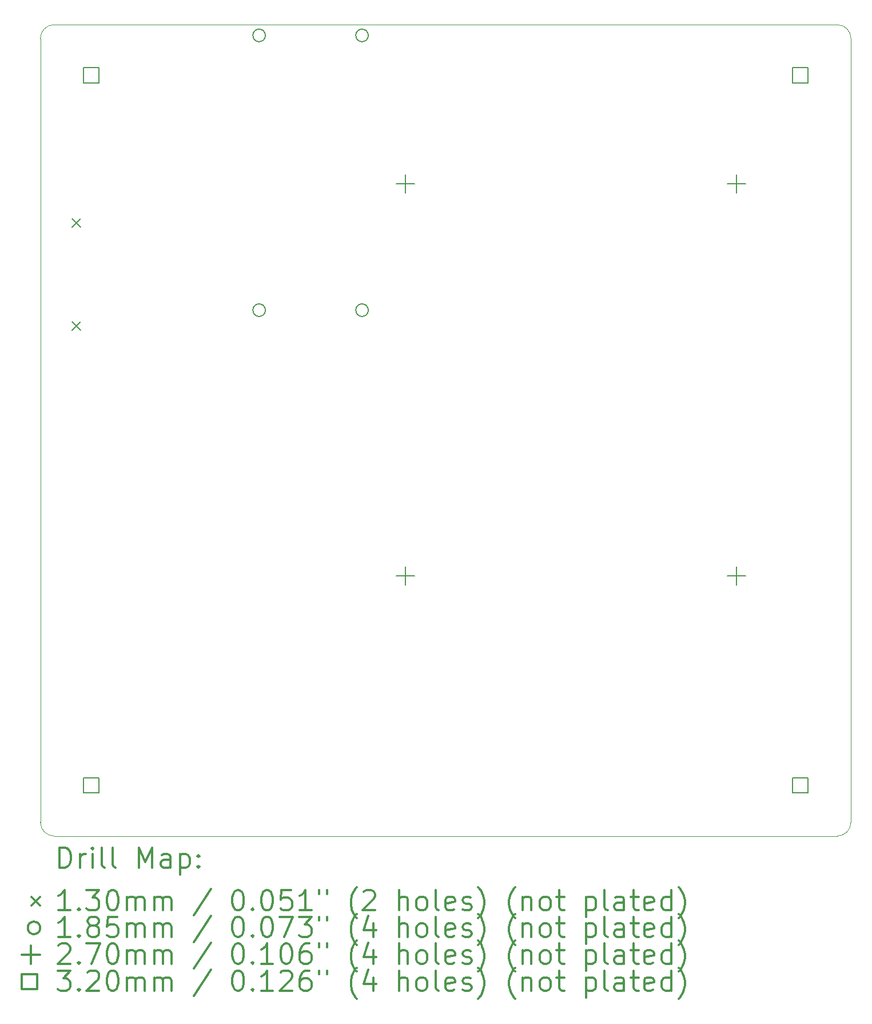
<source format=gbr>
%FSLAX45Y45*%
G04 Gerber Fmt 4.5, Leading zero omitted, Abs format (unit mm)*
G04 Created by KiCad (PCBNEW (5.1.6)-1) date 2024-05-27 20:35:28*
%MOMM*%
%LPD*%
G01*
G04 APERTURE LIST*
%TA.AperFunction,Profile*%
%ADD10C,0.050000*%
%TD*%
%ADD11C,0.200000*%
%ADD12C,0.300000*%
G04 APERTURE END LIST*
D10*
X21469350Y-15386050D02*
G75*
G02*
X21266051Y-15589349I-203299J0D01*
G01*
X9467751Y-3791049D02*
G75*
G02*
X9671050Y-3587750I203299J0D01*
G01*
X9671050Y-15589250D02*
G75*
G02*
X9467751Y-15385951I0J203299D01*
G01*
X21266150Y-3587750D02*
G75*
G02*
X21469449Y-3791049I0J-203299D01*
G01*
X9467751Y-15385951D02*
X9467751Y-3791049D01*
X21266051Y-15589349D02*
X9671050Y-15589250D01*
X21469449Y-3791049D02*
X21469350Y-15386050D01*
X9671050Y-3587750D02*
X21266150Y-3587750D01*
D11*
X9936150Y-7980450D02*
X10066150Y-8110450D01*
X10066150Y-7980450D02*
X9936150Y-8110450D01*
X9936150Y-6456450D02*
X10066150Y-6586450D01*
X10066150Y-6456450D02*
X9936150Y-6586450D01*
X12798850Y-3746500D02*
G75*
G03*
X12798850Y-3746500I-92500J0D01*
G01*
X12798850Y-7810500D02*
G75*
G03*
X12798850Y-7810500I-92500J0D01*
G01*
X14322850Y-3746500D02*
G75*
G03*
X14322850Y-3746500I-92500J0D01*
G01*
X14322850Y-7810500D02*
G75*
G03*
X14322850Y-7810500I-92500J0D01*
G01*
X19773900Y-11606150D02*
X19773900Y-11876150D01*
X19638900Y-11741150D02*
X19908900Y-11741150D01*
X14871700Y-11606150D02*
X14871700Y-11876150D01*
X14736700Y-11741150D02*
X15006700Y-11741150D01*
X14871700Y-5802250D02*
X14871700Y-6072250D01*
X14736700Y-5937250D02*
X15006700Y-5937250D01*
X19773900Y-5802250D02*
X19773900Y-6072250D01*
X19638900Y-5937250D02*
X19908900Y-5937250D01*
X10330288Y-14953088D02*
X10330288Y-14726812D01*
X10104012Y-14726812D01*
X10104012Y-14953088D01*
X10330288Y-14953088D01*
X20833188Y-14953088D02*
X20833188Y-14726812D01*
X20606912Y-14726812D01*
X20606912Y-14953088D01*
X20833188Y-14953088D01*
X20833188Y-4450188D02*
X20833188Y-4223912D01*
X20606912Y-4223912D01*
X20606912Y-4450188D01*
X20833188Y-4450188D01*
X10330288Y-4450188D02*
X10330288Y-4223912D01*
X10104012Y-4223912D01*
X10104012Y-4450188D01*
X10330288Y-4450188D01*
D12*
X9751679Y-16057563D02*
X9751679Y-15757563D01*
X9823108Y-15757563D01*
X9865965Y-15771849D01*
X9894537Y-15800421D01*
X9908822Y-15828992D01*
X9923108Y-15886135D01*
X9923108Y-15928992D01*
X9908822Y-15986135D01*
X9894537Y-16014706D01*
X9865965Y-16043278D01*
X9823108Y-16057563D01*
X9751679Y-16057563D01*
X10051679Y-16057563D02*
X10051679Y-15857563D01*
X10051679Y-15914706D02*
X10065965Y-15886135D01*
X10080251Y-15871849D01*
X10108822Y-15857563D01*
X10137394Y-15857563D01*
X10237394Y-16057563D02*
X10237394Y-15857563D01*
X10237394Y-15757563D02*
X10223108Y-15771849D01*
X10237394Y-15786135D01*
X10251679Y-15771849D01*
X10237394Y-15757563D01*
X10237394Y-15786135D01*
X10423108Y-16057563D02*
X10394537Y-16043278D01*
X10380251Y-16014706D01*
X10380251Y-15757563D01*
X10580251Y-16057563D02*
X10551679Y-16043278D01*
X10537394Y-16014706D01*
X10537394Y-15757563D01*
X10923108Y-16057563D02*
X10923108Y-15757563D01*
X11023108Y-15971849D01*
X11123108Y-15757563D01*
X11123108Y-16057563D01*
X11394536Y-16057563D02*
X11394536Y-15900421D01*
X11380251Y-15871849D01*
X11351679Y-15857563D01*
X11294536Y-15857563D01*
X11265965Y-15871849D01*
X11394536Y-16043278D02*
X11365965Y-16057563D01*
X11294536Y-16057563D01*
X11265965Y-16043278D01*
X11251679Y-16014706D01*
X11251679Y-15986135D01*
X11265965Y-15957563D01*
X11294536Y-15943278D01*
X11365965Y-15943278D01*
X11394536Y-15928992D01*
X11537394Y-15857563D02*
X11537394Y-16157563D01*
X11537394Y-15871849D02*
X11565965Y-15857563D01*
X11623108Y-15857563D01*
X11651679Y-15871849D01*
X11665965Y-15886135D01*
X11680251Y-15914706D01*
X11680251Y-16000421D01*
X11665965Y-16028992D01*
X11651679Y-16043278D01*
X11623108Y-16057563D01*
X11565965Y-16057563D01*
X11537394Y-16043278D01*
X11808822Y-16028992D02*
X11823108Y-16043278D01*
X11808822Y-16057563D01*
X11794536Y-16043278D01*
X11808822Y-16028992D01*
X11808822Y-16057563D01*
X11808822Y-15871849D02*
X11823108Y-15886135D01*
X11808822Y-15900421D01*
X11794536Y-15886135D01*
X11808822Y-15871849D01*
X11808822Y-15900421D01*
X9335251Y-16486849D02*
X9465251Y-16616849D01*
X9465251Y-16486849D02*
X9335251Y-16616849D01*
X9908822Y-16687563D02*
X9737394Y-16687563D01*
X9823108Y-16687563D02*
X9823108Y-16387563D01*
X9794537Y-16430421D01*
X9765965Y-16458992D01*
X9737394Y-16473278D01*
X10037394Y-16658992D02*
X10051679Y-16673278D01*
X10037394Y-16687563D01*
X10023108Y-16673278D01*
X10037394Y-16658992D01*
X10037394Y-16687563D01*
X10151679Y-16387563D02*
X10337394Y-16387563D01*
X10237394Y-16501849D01*
X10280251Y-16501849D01*
X10308822Y-16516135D01*
X10323108Y-16530421D01*
X10337394Y-16558992D01*
X10337394Y-16630421D01*
X10323108Y-16658992D01*
X10308822Y-16673278D01*
X10280251Y-16687563D01*
X10194537Y-16687563D01*
X10165965Y-16673278D01*
X10151679Y-16658992D01*
X10523108Y-16387563D02*
X10551679Y-16387563D01*
X10580251Y-16401849D01*
X10594537Y-16416135D01*
X10608822Y-16444706D01*
X10623108Y-16501849D01*
X10623108Y-16573278D01*
X10608822Y-16630421D01*
X10594537Y-16658992D01*
X10580251Y-16673278D01*
X10551679Y-16687563D01*
X10523108Y-16687563D01*
X10494537Y-16673278D01*
X10480251Y-16658992D01*
X10465965Y-16630421D01*
X10451679Y-16573278D01*
X10451679Y-16501849D01*
X10465965Y-16444706D01*
X10480251Y-16416135D01*
X10494537Y-16401849D01*
X10523108Y-16387563D01*
X10751679Y-16687563D02*
X10751679Y-16487563D01*
X10751679Y-16516135D02*
X10765965Y-16501849D01*
X10794537Y-16487563D01*
X10837394Y-16487563D01*
X10865965Y-16501849D01*
X10880251Y-16530421D01*
X10880251Y-16687563D01*
X10880251Y-16530421D02*
X10894537Y-16501849D01*
X10923108Y-16487563D01*
X10965965Y-16487563D01*
X10994537Y-16501849D01*
X11008822Y-16530421D01*
X11008822Y-16687563D01*
X11151679Y-16687563D02*
X11151679Y-16487563D01*
X11151679Y-16516135D02*
X11165965Y-16501849D01*
X11194536Y-16487563D01*
X11237394Y-16487563D01*
X11265965Y-16501849D01*
X11280251Y-16530421D01*
X11280251Y-16687563D01*
X11280251Y-16530421D02*
X11294536Y-16501849D01*
X11323108Y-16487563D01*
X11365965Y-16487563D01*
X11394536Y-16501849D01*
X11408822Y-16530421D01*
X11408822Y-16687563D01*
X11994536Y-16373278D02*
X11737394Y-16758992D01*
X12380251Y-16387563D02*
X12408822Y-16387563D01*
X12437394Y-16401849D01*
X12451679Y-16416135D01*
X12465965Y-16444706D01*
X12480251Y-16501849D01*
X12480251Y-16573278D01*
X12465965Y-16630421D01*
X12451679Y-16658992D01*
X12437394Y-16673278D01*
X12408822Y-16687563D01*
X12380251Y-16687563D01*
X12351679Y-16673278D01*
X12337394Y-16658992D01*
X12323108Y-16630421D01*
X12308822Y-16573278D01*
X12308822Y-16501849D01*
X12323108Y-16444706D01*
X12337394Y-16416135D01*
X12351679Y-16401849D01*
X12380251Y-16387563D01*
X12608822Y-16658992D02*
X12623108Y-16673278D01*
X12608822Y-16687563D01*
X12594536Y-16673278D01*
X12608822Y-16658992D01*
X12608822Y-16687563D01*
X12808822Y-16387563D02*
X12837394Y-16387563D01*
X12865965Y-16401849D01*
X12880251Y-16416135D01*
X12894536Y-16444706D01*
X12908822Y-16501849D01*
X12908822Y-16573278D01*
X12894536Y-16630421D01*
X12880251Y-16658992D01*
X12865965Y-16673278D01*
X12837394Y-16687563D01*
X12808822Y-16687563D01*
X12780251Y-16673278D01*
X12765965Y-16658992D01*
X12751679Y-16630421D01*
X12737394Y-16573278D01*
X12737394Y-16501849D01*
X12751679Y-16444706D01*
X12765965Y-16416135D01*
X12780251Y-16401849D01*
X12808822Y-16387563D01*
X13180251Y-16387563D02*
X13037394Y-16387563D01*
X13023108Y-16530421D01*
X13037394Y-16516135D01*
X13065965Y-16501849D01*
X13137394Y-16501849D01*
X13165965Y-16516135D01*
X13180251Y-16530421D01*
X13194536Y-16558992D01*
X13194536Y-16630421D01*
X13180251Y-16658992D01*
X13165965Y-16673278D01*
X13137394Y-16687563D01*
X13065965Y-16687563D01*
X13037394Y-16673278D01*
X13023108Y-16658992D01*
X13480251Y-16687563D02*
X13308822Y-16687563D01*
X13394536Y-16687563D02*
X13394536Y-16387563D01*
X13365965Y-16430421D01*
X13337394Y-16458992D01*
X13308822Y-16473278D01*
X13594536Y-16387563D02*
X13594536Y-16444706D01*
X13708822Y-16387563D02*
X13708822Y-16444706D01*
X14151679Y-16801849D02*
X14137394Y-16787563D01*
X14108822Y-16744706D01*
X14094536Y-16716135D01*
X14080251Y-16673278D01*
X14065965Y-16601849D01*
X14065965Y-16544706D01*
X14080251Y-16473278D01*
X14094536Y-16430421D01*
X14108822Y-16401849D01*
X14137394Y-16358992D01*
X14151679Y-16344706D01*
X14251679Y-16416135D02*
X14265965Y-16401849D01*
X14294536Y-16387563D01*
X14365965Y-16387563D01*
X14394536Y-16401849D01*
X14408822Y-16416135D01*
X14423108Y-16444706D01*
X14423108Y-16473278D01*
X14408822Y-16516135D01*
X14237394Y-16687563D01*
X14423108Y-16687563D01*
X14780251Y-16687563D02*
X14780251Y-16387563D01*
X14908822Y-16687563D02*
X14908822Y-16530421D01*
X14894536Y-16501849D01*
X14865965Y-16487563D01*
X14823108Y-16487563D01*
X14794536Y-16501849D01*
X14780251Y-16516135D01*
X15094536Y-16687563D02*
X15065965Y-16673278D01*
X15051679Y-16658992D01*
X15037394Y-16630421D01*
X15037394Y-16544706D01*
X15051679Y-16516135D01*
X15065965Y-16501849D01*
X15094536Y-16487563D01*
X15137394Y-16487563D01*
X15165965Y-16501849D01*
X15180251Y-16516135D01*
X15194536Y-16544706D01*
X15194536Y-16630421D01*
X15180251Y-16658992D01*
X15165965Y-16673278D01*
X15137394Y-16687563D01*
X15094536Y-16687563D01*
X15365965Y-16687563D02*
X15337394Y-16673278D01*
X15323108Y-16644706D01*
X15323108Y-16387563D01*
X15594536Y-16673278D02*
X15565965Y-16687563D01*
X15508822Y-16687563D01*
X15480251Y-16673278D01*
X15465965Y-16644706D01*
X15465965Y-16530421D01*
X15480251Y-16501849D01*
X15508822Y-16487563D01*
X15565965Y-16487563D01*
X15594536Y-16501849D01*
X15608822Y-16530421D01*
X15608822Y-16558992D01*
X15465965Y-16587563D01*
X15723108Y-16673278D02*
X15751679Y-16687563D01*
X15808822Y-16687563D01*
X15837394Y-16673278D01*
X15851679Y-16644706D01*
X15851679Y-16630421D01*
X15837394Y-16601849D01*
X15808822Y-16587563D01*
X15765965Y-16587563D01*
X15737394Y-16573278D01*
X15723108Y-16544706D01*
X15723108Y-16530421D01*
X15737394Y-16501849D01*
X15765965Y-16487563D01*
X15808822Y-16487563D01*
X15837394Y-16501849D01*
X15951679Y-16801849D02*
X15965965Y-16787563D01*
X15994536Y-16744706D01*
X16008822Y-16716135D01*
X16023108Y-16673278D01*
X16037394Y-16601849D01*
X16037394Y-16544706D01*
X16023108Y-16473278D01*
X16008822Y-16430421D01*
X15994536Y-16401849D01*
X15965965Y-16358992D01*
X15951679Y-16344706D01*
X16494536Y-16801849D02*
X16480251Y-16787563D01*
X16451679Y-16744706D01*
X16437394Y-16716135D01*
X16423108Y-16673278D01*
X16408822Y-16601849D01*
X16408822Y-16544706D01*
X16423108Y-16473278D01*
X16437394Y-16430421D01*
X16451679Y-16401849D01*
X16480251Y-16358992D01*
X16494536Y-16344706D01*
X16608822Y-16487563D02*
X16608822Y-16687563D01*
X16608822Y-16516135D02*
X16623108Y-16501849D01*
X16651679Y-16487563D01*
X16694536Y-16487563D01*
X16723108Y-16501849D01*
X16737394Y-16530421D01*
X16737394Y-16687563D01*
X16923108Y-16687563D02*
X16894537Y-16673278D01*
X16880251Y-16658992D01*
X16865965Y-16630421D01*
X16865965Y-16544706D01*
X16880251Y-16516135D01*
X16894537Y-16501849D01*
X16923108Y-16487563D01*
X16965965Y-16487563D01*
X16994537Y-16501849D01*
X17008822Y-16516135D01*
X17023108Y-16544706D01*
X17023108Y-16630421D01*
X17008822Y-16658992D01*
X16994537Y-16673278D01*
X16965965Y-16687563D01*
X16923108Y-16687563D01*
X17108822Y-16487563D02*
X17223108Y-16487563D01*
X17151679Y-16387563D02*
X17151679Y-16644706D01*
X17165965Y-16673278D01*
X17194537Y-16687563D01*
X17223108Y-16687563D01*
X17551679Y-16487563D02*
X17551679Y-16787563D01*
X17551679Y-16501849D02*
X17580251Y-16487563D01*
X17637394Y-16487563D01*
X17665965Y-16501849D01*
X17680251Y-16516135D01*
X17694537Y-16544706D01*
X17694537Y-16630421D01*
X17680251Y-16658992D01*
X17665965Y-16673278D01*
X17637394Y-16687563D01*
X17580251Y-16687563D01*
X17551679Y-16673278D01*
X17865965Y-16687563D02*
X17837394Y-16673278D01*
X17823108Y-16644706D01*
X17823108Y-16387563D01*
X18108822Y-16687563D02*
X18108822Y-16530421D01*
X18094537Y-16501849D01*
X18065965Y-16487563D01*
X18008822Y-16487563D01*
X17980251Y-16501849D01*
X18108822Y-16673278D02*
X18080251Y-16687563D01*
X18008822Y-16687563D01*
X17980251Y-16673278D01*
X17965965Y-16644706D01*
X17965965Y-16616135D01*
X17980251Y-16587563D01*
X18008822Y-16573278D01*
X18080251Y-16573278D01*
X18108822Y-16558992D01*
X18208822Y-16487563D02*
X18323108Y-16487563D01*
X18251679Y-16387563D02*
X18251679Y-16644706D01*
X18265965Y-16673278D01*
X18294537Y-16687563D01*
X18323108Y-16687563D01*
X18537394Y-16673278D02*
X18508822Y-16687563D01*
X18451679Y-16687563D01*
X18423108Y-16673278D01*
X18408822Y-16644706D01*
X18408822Y-16530421D01*
X18423108Y-16501849D01*
X18451679Y-16487563D01*
X18508822Y-16487563D01*
X18537394Y-16501849D01*
X18551679Y-16530421D01*
X18551679Y-16558992D01*
X18408822Y-16587563D01*
X18808822Y-16687563D02*
X18808822Y-16387563D01*
X18808822Y-16673278D02*
X18780251Y-16687563D01*
X18723108Y-16687563D01*
X18694537Y-16673278D01*
X18680251Y-16658992D01*
X18665965Y-16630421D01*
X18665965Y-16544706D01*
X18680251Y-16516135D01*
X18694537Y-16501849D01*
X18723108Y-16487563D01*
X18780251Y-16487563D01*
X18808822Y-16501849D01*
X18923108Y-16801849D02*
X18937394Y-16787563D01*
X18965965Y-16744706D01*
X18980251Y-16716135D01*
X18994537Y-16673278D01*
X19008822Y-16601849D01*
X19008822Y-16544706D01*
X18994537Y-16473278D01*
X18980251Y-16430421D01*
X18965965Y-16401849D01*
X18937394Y-16358992D01*
X18923108Y-16344706D01*
X9465251Y-16947849D02*
G75*
G03*
X9465251Y-16947849I-92500J0D01*
G01*
X9908822Y-17083563D02*
X9737394Y-17083563D01*
X9823108Y-17083563D02*
X9823108Y-16783563D01*
X9794537Y-16826421D01*
X9765965Y-16854992D01*
X9737394Y-16869278D01*
X10037394Y-17054992D02*
X10051679Y-17069278D01*
X10037394Y-17083563D01*
X10023108Y-17069278D01*
X10037394Y-17054992D01*
X10037394Y-17083563D01*
X10223108Y-16912135D02*
X10194537Y-16897849D01*
X10180251Y-16883563D01*
X10165965Y-16854992D01*
X10165965Y-16840706D01*
X10180251Y-16812135D01*
X10194537Y-16797849D01*
X10223108Y-16783563D01*
X10280251Y-16783563D01*
X10308822Y-16797849D01*
X10323108Y-16812135D01*
X10337394Y-16840706D01*
X10337394Y-16854992D01*
X10323108Y-16883563D01*
X10308822Y-16897849D01*
X10280251Y-16912135D01*
X10223108Y-16912135D01*
X10194537Y-16926421D01*
X10180251Y-16940706D01*
X10165965Y-16969278D01*
X10165965Y-17026421D01*
X10180251Y-17054992D01*
X10194537Y-17069278D01*
X10223108Y-17083563D01*
X10280251Y-17083563D01*
X10308822Y-17069278D01*
X10323108Y-17054992D01*
X10337394Y-17026421D01*
X10337394Y-16969278D01*
X10323108Y-16940706D01*
X10308822Y-16926421D01*
X10280251Y-16912135D01*
X10608822Y-16783563D02*
X10465965Y-16783563D01*
X10451679Y-16926421D01*
X10465965Y-16912135D01*
X10494537Y-16897849D01*
X10565965Y-16897849D01*
X10594537Y-16912135D01*
X10608822Y-16926421D01*
X10623108Y-16954992D01*
X10623108Y-17026421D01*
X10608822Y-17054992D01*
X10594537Y-17069278D01*
X10565965Y-17083563D01*
X10494537Y-17083563D01*
X10465965Y-17069278D01*
X10451679Y-17054992D01*
X10751679Y-17083563D02*
X10751679Y-16883563D01*
X10751679Y-16912135D02*
X10765965Y-16897849D01*
X10794537Y-16883563D01*
X10837394Y-16883563D01*
X10865965Y-16897849D01*
X10880251Y-16926421D01*
X10880251Y-17083563D01*
X10880251Y-16926421D02*
X10894537Y-16897849D01*
X10923108Y-16883563D01*
X10965965Y-16883563D01*
X10994537Y-16897849D01*
X11008822Y-16926421D01*
X11008822Y-17083563D01*
X11151679Y-17083563D02*
X11151679Y-16883563D01*
X11151679Y-16912135D02*
X11165965Y-16897849D01*
X11194536Y-16883563D01*
X11237394Y-16883563D01*
X11265965Y-16897849D01*
X11280251Y-16926421D01*
X11280251Y-17083563D01*
X11280251Y-16926421D02*
X11294536Y-16897849D01*
X11323108Y-16883563D01*
X11365965Y-16883563D01*
X11394536Y-16897849D01*
X11408822Y-16926421D01*
X11408822Y-17083563D01*
X11994536Y-16769278D02*
X11737394Y-17154992D01*
X12380251Y-16783563D02*
X12408822Y-16783563D01*
X12437394Y-16797849D01*
X12451679Y-16812135D01*
X12465965Y-16840706D01*
X12480251Y-16897849D01*
X12480251Y-16969278D01*
X12465965Y-17026421D01*
X12451679Y-17054992D01*
X12437394Y-17069278D01*
X12408822Y-17083563D01*
X12380251Y-17083563D01*
X12351679Y-17069278D01*
X12337394Y-17054992D01*
X12323108Y-17026421D01*
X12308822Y-16969278D01*
X12308822Y-16897849D01*
X12323108Y-16840706D01*
X12337394Y-16812135D01*
X12351679Y-16797849D01*
X12380251Y-16783563D01*
X12608822Y-17054992D02*
X12623108Y-17069278D01*
X12608822Y-17083563D01*
X12594536Y-17069278D01*
X12608822Y-17054992D01*
X12608822Y-17083563D01*
X12808822Y-16783563D02*
X12837394Y-16783563D01*
X12865965Y-16797849D01*
X12880251Y-16812135D01*
X12894536Y-16840706D01*
X12908822Y-16897849D01*
X12908822Y-16969278D01*
X12894536Y-17026421D01*
X12880251Y-17054992D01*
X12865965Y-17069278D01*
X12837394Y-17083563D01*
X12808822Y-17083563D01*
X12780251Y-17069278D01*
X12765965Y-17054992D01*
X12751679Y-17026421D01*
X12737394Y-16969278D01*
X12737394Y-16897849D01*
X12751679Y-16840706D01*
X12765965Y-16812135D01*
X12780251Y-16797849D01*
X12808822Y-16783563D01*
X13008822Y-16783563D02*
X13208822Y-16783563D01*
X13080251Y-17083563D01*
X13294536Y-16783563D02*
X13480251Y-16783563D01*
X13380251Y-16897849D01*
X13423108Y-16897849D01*
X13451679Y-16912135D01*
X13465965Y-16926421D01*
X13480251Y-16954992D01*
X13480251Y-17026421D01*
X13465965Y-17054992D01*
X13451679Y-17069278D01*
X13423108Y-17083563D01*
X13337394Y-17083563D01*
X13308822Y-17069278D01*
X13294536Y-17054992D01*
X13594536Y-16783563D02*
X13594536Y-16840706D01*
X13708822Y-16783563D02*
X13708822Y-16840706D01*
X14151679Y-17197849D02*
X14137394Y-17183563D01*
X14108822Y-17140706D01*
X14094536Y-17112135D01*
X14080251Y-17069278D01*
X14065965Y-16997849D01*
X14065965Y-16940706D01*
X14080251Y-16869278D01*
X14094536Y-16826421D01*
X14108822Y-16797849D01*
X14137394Y-16754992D01*
X14151679Y-16740706D01*
X14394536Y-16883563D02*
X14394536Y-17083563D01*
X14323108Y-16769278D02*
X14251679Y-16983563D01*
X14437394Y-16983563D01*
X14780251Y-17083563D02*
X14780251Y-16783563D01*
X14908822Y-17083563D02*
X14908822Y-16926421D01*
X14894536Y-16897849D01*
X14865965Y-16883563D01*
X14823108Y-16883563D01*
X14794536Y-16897849D01*
X14780251Y-16912135D01*
X15094536Y-17083563D02*
X15065965Y-17069278D01*
X15051679Y-17054992D01*
X15037394Y-17026421D01*
X15037394Y-16940706D01*
X15051679Y-16912135D01*
X15065965Y-16897849D01*
X15094536Y-16883563D01*
X15137394Y-16883563D01*
X15165965Y-16897849D01*
X15180251Y-16912135D01*
X15194536Y-16940706D01*
X15194536Y-17026421D01*
X15180251Y-17054992D01*
X15165965Y-17069278D01*
X15137394Y-17083563D01*
X15094536Y-17083563D01*
X15365965Y-17083563D02*
X15337394Y-17069278D01*
X15323108Y-17040706D01*
X15323108Y-16783563D01*
X15594536Y-17069278D02*
X15565965Y-17083563D01*
X15508822Y-17083563D01*
X15480251Y-17069278D01*
X15465965Y-17040706D01*
X15465965Y-16926421D01*
X15480251Y-16897849D01*
X15508822Y-16883563D01*
X15565965Y-16883563D01*
X15594536Y-16897849D01*
X15608822Y-16926421D01*
X15608822Y-16954992D01*
X15465965Y-16983563D01*
X15723108Y-17069278D02*
X15751679Y-17083563D01*
X15808822Y-17083563D01*
X15837394Y-17069278D01*
X15851679Y-17040706D01*
X15851679Y-17026421D01*
X15837394Y-16997849D01*
X15808822Y-16983563D01*
X15765965Y-16983563D01*
X15737394Y-16969278D01*
X15723108Y-16940706D01*
X15723108Y-16926421D01*
X15737394Y-16897849D01*
X15765965Y-16883563D01*
X15808822Y-16883563D01*
X15837394Y-16897849D01*
X15951679Y-17197849D02*
X15965965Y-17183563D01*
X15994536Y-17140706D01*
X16008822Y-17112135D01*
X16023108Y-17069278D01*
X16037394Y-16997849D01*
X16037394Y-16940706D01*
X16023108Y-16869278D01*
X16008822Y-16826421D01*
X15994536Y-16797849D01*
X15965965Y-16754992D01*
X15951679Y-16740706D01*
X16494536Y-17197849D02*
X16480251Y-17183563D01*
X16451679Y-17140706D01*
X16437394Y-17112135D01*
X16423108Y-17069278D01*
X16408822Y-16997849D01*
X16408822Y-16940706D01*
X16423108Y-16869278D01*
X16437394Y-16826421D01*
X16451679Y-16797849D01*
X16480251Y-16754992D01*
X16494536Y-16740706D01*
X16608822Y-16883563D02*
X16608822Y-17083563D01*
X16608822Y-16912135D02*
X16623108Y-16897849D01*
X16651679Y-16883563D01*
X16694536Y-16883563D01*
X16723108Y-16897849D01*
X16737394Y-16926421D01*
X16737394Y-17083563D01*
X16923108Y-17083563D02*
X16894537Y-17069278D01*
X16880251Y-17054992D01*
X16865965Y-17026421D01*
X16865965Y-16940706D01*
X16880251Y-16912135D01*
X16894537Y-16897849D01*
X16923108Y-16883563D01*
X16965965Y-16883563D01*
X16994537Y-16897849D01*
X17008822Y-16912135D01*
X17023108Y-16940706D01*
X17023108Y-17026421D01*
X17008822Y-17054992D01*
X16994537Y-17069278D01*
X16965965Y-17083563D01*
X16923108Y-17083563D01*
X17108822Y-16883563D02*
X17223108Y-16883563D01*
X17151679Y-16783563D02*
X17151679Y-17040706D01*
X17165965Y-17069278D01*
X17194537Y-17083563D01*
X17223108Y-17083563D01*
X17551679Y-16883563D02*
X17551679Y-17183563D01*
X17551679Y-16897849D02*
X17580251Y-16883563D01*
X17637394Y-16883563D01*
X17665965Y-16897849D01*
X17680251Y-16912135D01*
X17694537Y-16940706D01*
X17694537Y-17026421D01*
X17680251Y-17054992D01*
X17665965Y-17069278D01*
X17637394Y-17083563D01*
X17580251Y-17083563D01*
X17551679Y-17069278D01*
X17865965Y-17083563D02*
X17837394Y-17069278D01*
X17823108Y-17040706D01*
X17823108Y-16783563D01*
X18108822Y-17083563D02*
X18108822Y-16926421D01*
X18094537Y-16897849D01*
X18065965Y-16883563D01*
X18008822Y-16883563D01*
X17980251Y-16897849D01*
X18108822Y-17069278D02*
X18080251Y-17083563D01*
X18008822Y-17083563D01*
X17980251Y-17069278D01*
X17965965Y-17040706D01*
X17965965Y-17012135D01*
X17980251Y-16983563D01*
X18008822Y-16969278D01*
X18080251Y-16969278D01*
X18108822Y-16954992D01*
X18208822Y-16883563D02*
X18323108Y-16883563D01*
X18251679Y-16783563D02*
X18251679Y-17040706D01*
X18265965Y-17069278D01*
X18294537Y-17083563D01*
X18323108Y-17083563D01*
X18537394Y-17069278D02*
X18508822Y-17083563D01*
X18451679Y-17083563D01*
X18423108Y-17069278D01*
X18408822Y-17040706D01*
X18408822Y-16926421D01*
X18423108Y-16897849D01*
X18451679Y-16883563D01*
X18508822Y-16883563D01*
X18537394Y-16897849D01*
X18551679Y-16926421D01*
X18551679Y-16954992D01*
X18408822Y-16983563D01*
X18808822Y-17083563D02*
X18808822Y-16783563D01*
X18808822Y-17069278D02*
X18780251Y-17083563D01*
X18723108Y-17083563D01*
X18694537Y-17069278D01*
X18680251Y-17054992D01*
X18665965Y-17026421D01*
X18665965Y-16940706D01*
X18680251Y-16912135D01*
X18694537Y-16897849D01*
X18723108Y-16883563D01*
X18780251Y-16883563D01*
X18808822Y-16897849D01*
X18923108Y-17197849D02*
X18937394Y-17183563D01*
X18965965Y-17140706D01*
X18980251Y-17112135D01*
X18994537Y-17069278D01*
X19008822Y-16997849D01*
X19008822Y-16940706D01*
X18994537Y-16869278D01*
X18980251Y-16826421D01*
X18965965Y-16797849D01*
X18937394Y-16754992D01*
X18923108Y-16740706D01*
X9330251Y-17208849D02*
X9330251Y-17478849D01*
X9195251Y-17343849D02*
X9465251Y-17343849D01*
X9737394Y-17208135D02*
X9751679Y-17193849D01*
X9780251Y-17179563D01*
X9851679Y-17179563D01*
X9880251Y-17193849D01*
X9894537Y-17208135D01*
X9908822Y-17236706D01*
X9908822Y-17265278D01*
X9894537Y-17308135D01*
X9723108Y-17479563D01*
X9908822Y-17479563D01*
X10037394Y-17450992D02*
X10051679Y-17465278D01*
X10037394Y-17479563D01*
X10023108Y-17465278D01*
X10037394Y-17450992D01*
X10037394Y-17479563D01*
X10151679Y-17179563D02*
X10351679Y-17179563D01*
X10223108Y-17479563D01*
X10523108Y-17179563D02*
X10551679Y-17179563D01*
X10580251Y-17193849D01*
X10594537Y-17208135D01*
X10608822Y-17236706D01*
X10623108Y-17293849D01*
X10623108Y-17365278D01*
X10608822Y-17422421D01*
X10594537Y-17450992D01*
X10580251Y-17465278D01*
X10551679Y-17479563D01*
X10523108Y-17479563D01*
X10494537Y-17465278D01*
X10480251Y-17450992D01*
X10465965Y-17422421D01*
X10451679Y-17365278D01*
X10451679Y-17293849D01*
X10465965Y-17236706D01*
X10480251Y-17208135D01*
X10494537Y-17193849D01*
X10523108Y-17179563D01*
X10751679Y-17479563D02*
X10751679Y-17279563D01*
X10751679Y-17308135D02*
X10765965Y-17293849D01*
X10794537Y-17279563D01*
X10837394Y-17279563D01*
X10865965Y-17293849D01*
X10880251Y-17322421D01*
X10880251Y-17479563D01*
X10880251Y-17322421D02*
X10894537Y-17293849D01*
X10923108Y-17279563D01*
X10965965Y-17279563D01*
X10994537Y-17293849D01*
X11008822Y-17322421D01*
X11008822Y-17479563D01*
X11151679Y-17479563D02*
X11151679Y-17279563D01*
X11151679Y-17308135D02*
X11165965Y-17293849D01*
X11194536Y-17279563D01*
X11237394Y-17279563D01*
X11265965Y-17293849D01*
X11280251Y-17322421D01*
X11280251Y-17479563D01*
X11280251Y-17322421D02*
X11294536Y-17293849D01*
X11323108Y-17279563D01*
X11365965Y-17279563D01*
X11394536Y-17293849D01*
X11408822Y-17322421D01*
X11408822Y-17479563D01*
X11994536Y-17165278D02*
X11737394Y-17550992D01*
X12380251Y-17179563D02*
X12408822Y-17179563D01*
X12437394Y-17193849D01*
X12451679Y-17208135D01*
X12465965Y-17236706D01*
X12480251Y-17293849D01*
X12480251Y-17365278D01*
X12465965Y-17422421D01*
X12451679Y-17450992D01*
X12437394Y-17465278D01*
X12408822Y-17479563D01*
X12380251Y-17479563D01*
X12351679Y-17465278D01*
X12337394Y-17450992D01*
X12323108Y-17422421D01*
X12308822Y-17365278D01*
X12308822Y-17293849D01*
X12323108Y-17236706D01*
X12337394Y-17208135D01*
X12351679Y-17193849D01*
X12380251Y-17179563D01*
X12608822Y-17450992D02*
X12623108Y-17465278D01*
X12608822Y-17479563D01*
X12594536Y-17465278D01*
X12608822Y-17450992D01*
X12608822Y-17479563D01*
X12908822Y-17479563D02*
X12737394Y-17479563D01*
X12823108Y-17479563D02*
X12823108Y-17179563D01*
X12794536Y-17222421D01*
X12765965Y-17250992D01*
X12737394Y-17265278D01*
X13094536Y-17179563D02*
X13123108Y-17179563D01*
X13151679Y-17193849D01*
X13165965Y-17208135D01*
X13180251Y-17236706D01*
X13194536Y-17293849D01*
X13194536Y-17365278D01*
X13180251Y-17422421D01*
X13165965Y-17450992D01*
X13151679Y-17465278D01*
X13123108Y-17479563D01*
X13094536Y-17479563D01*
X13065965Y-17465278D01*
X13051679Y-17450992D01*
X13037394Y-17422421D01*
X13023108Y-17365278D01*
X13023108Y-17293849D01*
X13037394Y-17236706D01*
X13051679Y-17208135D01*
X13065965Y-17193849D01*
X13094536Y-17179563D01*
X13451679Y-17179563D02*
X13394536Y-17179563D01*
X13365965Y-17193849D01*
X13351679Y-17208135D01*
X13323108Y-17250992D01*
X13308822Y-17308135D01*
X13308822Y-17422421D01*
X13323108Y-17450992D01*
X13337394Y-17465278D01*
X13365965Y-17479563D01*
X13423108Y-17479563D01*
X13451679Y-17465278D01*
X13465965Y-17450992D01*
X13480251Y-17422421D01*
X13480251Y-17350992D01*
X13465965Y-17322421D01*
X13451679Y-17308135D01*
X13423108Y-17293849D01*
X13365965Y-17293849D01*
X13337394Y-17308135D01*
X13323108Y-17322421D01*
X13308822Y-17350992D01*
X13594536Y-17179563D02*
X13594536Y-17236706D01*
X13708822Y-17179563D02*
X13708822Y-17236706D01*
X14151679Y-17593849D02*
X14137394Y-17579563D01*
X14108822Y-17536706D01*
X14094536Y-17508135D01*
X14080251Y-17465278D01*
X14065965Y-17393849D01*
X14065965Y-17336706D01*
X14080251Y-17265278D01*
X14094536Y-17222421D01*
X14108822Y-17193849D01*
X14137394Y-17150992D01*
X14151679Y-17136706D01*
X14394536Y-17279563D02*
X14394536Y-17479563D01*
X14323108Y-17165278D02*
X14251679Y-17379563D01*
X14437394Y-17379563D01*
X14780251Y-17479563D02*
X14780251Y-17179563D01*
X14908822Y-17479563D02*
X14908822Y-17322421D01*
X14894536Y-17293849D01*
X14865965Y-17279563D01*
X14823108Y-17279563D01*
X14794536Y-17293849D01*
X14780251Y-17308135D01*
X15094536Y-17479563D02*
X15065965Y-17465278D01*
X15051679Y-17450992D01*
X15037394Y-17422421D01*
X15037394Y-17336706D01*
X15051679Y-17308135D01*
X15065965Y-17293849D01*
X15094536Y-17279563D01*
X15137394Y-17279563D01*
X15165965Y-17293849D01*
X15180251Y-17308135D01*
X15194536Y-17336706D01*
X15194536Y-17422421D01*
X15180251Y-17450992D01*
X15165965Y-17465278D01*
X15137394Y-17479563D01*
X15094536Y-17479563D01*
X15365965Y-17479563D02*
X15337394Y-17465278D01*
X15323108Y-17436706D01*
X15323108Y-17179563D01*
X15594536Y-17465278D02*
X15565965Y-17479563D01*
X15508822Y-17479563D01*
X15480251Y-17465278D01*
X15465965Y-17436706D01*
X15465965Y-17322421D01*
X15480251Y-17293849D01*
X15508822Y-17279563D01*
X15565965Y-17279563D01*
X15594536Y-17293849D01*
X15608822Y-17322421D01*
X15608822Y-17350992D01*
X15465965Y-17379563D01*
X15723108Y-17465278D02*
X15751679Y-17479563D01*
X15808822Y-17479563D01*
X15837394Y-17465278D01*
X15851679Y-17436706D01*
X15851679Y-17422421D01*
X15837394Y-17393849D01*
X15808822Y-17379563D01*
X15765965Y-17379563D01*
X15737394Y-17365278D01*
X15723108Y-17336706D01*
X15723108Y-17322421D01*
X15737394Y-17293849D01*
X15765965Y-17279563D01*
X15808822Y-17279563D01*
X15837394Y-17293849D01*
X15951679Y-17593849D02*
X15965965Y-17579563D01*
X15994536Y-17536706D01*
X16008822Y-17508135D01*
X16023108Y-17465278D01*
X16037394Y-17393849D01*
X16037394Y-17336706D01*
X16023108Y-17265278D01*
X16008822Y-17222421D01*
X15994536Y-17193849D01*
X15965965Y-17150992D01*
X15951679Y-17136706D01*
X16494536Y-17593849D02*
X16480251Y-17579563D01*
X16451679Y-17536706D01*
X16437394Y-17508135D01*
X16423108Y-17465278D01*
X16408822Y-17393849D01*
X16408822Y-17336706D01*
X16423108Y-17265278D01*
X16437394Y-17222421D01*
X16451679Y-17193849D01*
X16480251Y-17150992D01*
X16494536Y-17136706D01*
X16608822Y-17279563D02*
X16608822Y-17479563D01*
X16608822Y-17308135D02*
X16623108Y-17293849D01*
X16651679Y-17279563D01*
X16694536Y-17279563D01*
X16723108Y-17293849D01*
X16737394Y-17322421D01*
X16737394Y-17479563D01*
X16923108Y-17479563D02*
X16894537Y-17465278D01*
X16880251Y-17450992D01*
X16865965Y-17422421D01*
X16865965Y-17336706D01*
X16880251Y-17308135D01*
X16894537Y-17293849D01*
X16923108Y-17279563D01*
X16965965Y-17279563D01*
X16994537Y-17293849D01*
X17008822Y-17308135D01*
X17023108Y-17336706D01*
X17023108Y-17422421D01*
X17008822Y-17450992D01*
X16994537Y-17465278D01*
X16965965Y-17479563D01*
X16923108Y-17479563D01*
X17108822Y-17279563D02*
X17223108Y-17279563D01*
X17151679Y-17179563D02*
X17151679Y-17436706D01*
X17165965Y-17465278D01*
X17194537Y-17479563D01*
X17223108Y-17479563D01*
X17551679Y-17279563D02*
X17551679Y-17579563D01*
X17551679Y-17293849D02*
X17580251Y-17279563D01*
X17637394Y-17279563D01*
X17665965Y-17293849D01*
X17680251Y-17308135D01*
X17694537Y-17336706D01*
X17694537Y-17422421D01*
X17680251Y-17450992D01*
X17665965Y-17465278D01*
X17637394Y-17479563D01*
X17580251Y-17479563D01*
X17551679Y-17465278D01*
X17865965Y-17479563D02*
X17837394Y-17465278D01*
X17823108Y-17436706D01*
X17823108Y-17179563D01*
X18108822Y-17479563D02*
X18108822Y-17322421D01*
X18094537Y-17293849D01*
X18065965Y-17279563D01*
X18008822Y-17279563D01*
X17980251Y-17293849D01*
X18108822Y-17465278D02*
X18080251Y-17479563D01*
X18008822Y-17479563D01*
X17980251Y-17465278D01*
X17965965Y-17436706D01*
X17965965Y-17408135D01*
X17980251Y-17379563D01*
X18008822Y-17365278D01*
X18080251Y-17365278D01*
X18108822Y-17350992D01*
X18208822Y-17279563D02*
X18323108Y-17279563D01*
X18251679Y-17179563D02*
X18251679Y-17436706D01*
X18265965Y-17465278D01*
X18294537Y-17479563D01*
X18323108Y-17479563D01*
X18537394Y-17465278D02*
X18508822Y-17479563D01*
X18451679Y-17479563D01*
X18423108Y-17465278D01*
X18408822Y-17436706D01*
X18408822Y-17322421D01*
X18423108Y-17293849D01*
X18451679Y-17279563D01*
X18508822Y-17279563D01*
X18537394Y-17293849D01*
X18551679Y-17322421D01*
X18551679Y-17350992D01*
X18408822Y-17379563D01*
X18808822Y-17479563D02*
X18808822Y-17179563D01*
X18808822Y-17465278D02*
X18780251Y-17479563D01*
X18723108Y-17479563D01*
X18694537Y-17465278D01*
X18680251Y-17450992D01*
X18665965Y-17422421D01*
X18665965Y-17336706D01*
X18680251Y-17308135D01*
X18694537Y-17293849D01*
X18723108Y-17279563D01*
X18780251Y-17279563D01*
X18808822Y-17293849D01*
X18923108Y-17593849D02*
X18937394Y-17579563D01*
X18965965Y-17536706D01*
X18980251Y-17508135D01*
X18994537Y-17465278D01*
X19008822Y-17393849D01*
X19008822Y-17336706D01*
X18994537Y-17265278D01*
X18980251Y-17222421D01*
X18965965Y-17193849D01*
X18937394Y-17150992D01*
X18923108Y-17136706D01*
X9418389Y-17856987D02*
X9418389Y-17630711D01*
X9192113Y-17630711D01*
X9192113Y-17856987D01*
X9418389Y-17856987D01*
X9723108Y-17579563D02*
X9908822Y-17579563D01*
X9808822Y-17693849D01*
X9851679Y-17693849D01*
X9880251Y-17708135D01*
X9894537Y-17722421D01*
X9908822Y-17750992D01*
X9908822Y-17822421D01*
X9894537Y-17850992D01*
X9880251Y-17865278D01*
X9851679Y-17879563D01*
X9765965Y-17879563D01*
X9737394Y-17865278D01*
X9723108Y-17850992D01*
X10037394Y-17850992D02*
X10051679Y-17865278D01*
X10037394Y-17879563D01*
X10023108Y-17865278D01*
X10037394Y-17850992D01*
X10037394Y-17879563D01*
X10165965Y-17608135D02*
X10180251Y-17593849D01*
X10208822Y-17579563D01*
X10280251Y-17579563D01*
X10308822Y-17593849D01*
X10323108Y-17608135D01*
X10337394Y-17636706D01*
X10337394Y-17665278D01*
X10323108Y-17708135D01*
X10151679Y-17879563D01*
X10337394Y-17879563D01*
X10523108Y-17579563D02*
X10551679Y-17579563D01*
X10580251Y-17593849D01*
X10594537Y-17608135D01*
X10608822Y-17636706D01*
X10623108Y-17693849D01*
X10623108Y-17765278D01*
X10608822Y-17822421D01*
X10594537Y-17850992D01*
X10580251Y-17865278D01*
X10551679Y-17879563D01*
X10523108Y-17879563D01*
X10494537Y-17865278D01*
X10480251Y-17850992D01*
X10465965Y-17822421D01*
X10451679Y-17765278D01*
X10451679Y-17693849D01*
X10465965Y-17636706D01*
X10480251Y-17608135D01*
X10494537Y-17593849D01*
X10523108Y-17579563D01*
X10751679Y-17879563D02*
X10751679Y-17679563D01*
X10751679Y-17708135D02*
X10765965Y-17693849D01*
X10794537Y-17679563D01*
X10837394Y-17679563D01*
X10865965Y-17693849D01*
X10880251Y-17722421D01*
X10880251Y-17879563D01*
X10880251Y-17722421D02*
X10894537Y-17693849D01*
X10923108Y-17679563D01*
X10965965Y-17679563D01*
X10994537Y-17693849D01*
X11008822Y-17722421D01*
X11008822Y-17879563D01*
X11151679Y-17879563D02*
X11151679Y-17679563D01*
X11151679Y-17708135D02*
X11165965Y-17693849D01*
X11194536Y-17679563D01*
X11237394Y-17679563D01*
X11265965Y-17693849D01*
X11280251Y-17722421D01*
X11280251Y-17879563D01*
X11280251Y-17722421D02*
X11294536Y-17693849D01*
X11323108Y-17679563D01*
X11365965Y-17679563D01*
X11394536Y-17693849D01*
X11408822Y-17722421D01*
X11408822Y-17879563D01*
X11994536Y-17565278D02*
X11737394Y-17950992D01*
X12380251Y-17579563D02*
X12408822Y-17579563D01*
X12437394Y-17593849D01*
X12451679Y-17608135D01*
X12465965Y-17636706D01*
X12480251Y-17693849D01*
X12480251Y-17765278D01*
X12465965Y-17822421D01*
X12451679Y-17850992D01*
X12437394Y-17865278D01*
X12408822Y-17879563D01*
X12380251Y-17879563D01*
X12351679Y-17865278D01*
X12337394Y-17850992D01*
X12323108Y-17822421D01*
X12308822Y-17765278D01*
X12308822Y-17693849D01*
X12323108Y-17636706D01*
X12337394Y-17608135D01*
X12351679Y-17593849D01*
X12380251Y-17579563D01*
X12608822Y-17850992D02*
X12623108Y-17865278D01*
X12608822Y-17879563D01*
X12594536Y-17865278D01*
X12608822Y-17850992D01*
X12608822Y-17879563D01*
X12908822Y-17879563D02*
X12737394Y-17879563D01*
X12823108Y-17879563D02*
X12823108Y-17579563D01*
X12794536Y-17622421D01*
X12765965Y-17650992D01*
X12737394Y-17665278D01*
X13023108Y-17608135D02*
X13037394Y-17593849D01*
X13065965Y-17579563D01*
X13137394Y-17579563D01*
X13165965Y-17593849D01*
X13180251Y-17608135D01*
X13194536Y-17636706D01*
X13194536Y-17665278D01*
X13180251Y-17708135D01*
X13008822Y-17879563D01*
X13194536Y-17879563D01*
X13451679Y-17579563D02*
X13394536Y-17579563D01*
X13365965Y-17593849D01*
X13351679Y-17608135D01*
X13323108Y-17650992D01*
X13308822Y-17708135D01*
X13308822Y-17822421D01*
X13323108Y-17850992D01*
X13337394Y-17865278D01*
X13365965Y-17879563D01*
X13423108Y-17879563D01*
X13451679Y-17865278D01*
X13465965Y-17850992D01*
X13480251Y-17822421D01*
X13480251Y-17750992D01*
X13465965Y-17722421D01*
X13451679Y-17708135D01*
X13423108Y-17693849D01*
X13365965Y-17693849D01*
X13337394Y-17708135D01*
X13323108Y-17722421D01*
X13308822Y-17750992D01*
X13594536Y-17579563D02*
X13594536Y-17636706D01*
X13708822Y-17579563D02*
X13708822Y-17636706D01*
X14151679Y-17993849D02*
X14137394Y-17979563D01*
X14108822Y-17936706D01*
X14094536Y-17908135D01*
X14080251Y-17865278D01*
X14065965Y-17793849D01*
X14065965Y-17736706D01*
X14080251Y-17665278D01*
X14094536Y-17622421D01*
X14108822Y-17593849D01*
X14137394Y-17550992D01*
X14151679Y-17536706D01*
X14394536Y-17679563D02*
X14394536Y-17879563D01*
X14323108Y-17565278D02*
X14251679Y-17779563D01*
X14437394Y-17779563D01*
X14780251Y-17879563D02*
X14780251Y-17579563D01*
X14908822Y-17879563D02*
X14908822Y-17722421D01*
X14894536Y-17693849D01*
X14865965Y-17679563D01*
X14823108Y-17679563D01*
X14794536Y-17693849D01*
X14780251Y-17708135D01*
X15094536Y-17879563D02*
X15065965Y-17865278D01*
X15051679Y-17850992D01*
X15037394Y-17822421D01*
X15037394Y-17736706D01*
X15051679Y-17708135D01*
X15065965Y-17693849D01*
X15094536Y-17679563D01*
X15137394Y-17679563D01*
X15165965Y-17693849D01*
X15180251Y-17708135D01*
X15194536Y-17736706D01*
X15194536Y-17822421D01*
X15180251Y-17850992D01*
X15165965Y-17865278D01*
X15137394Y-17879563D01*
X15094536Y-17879563D01*
X15365965Y-17879563D02*
X15337394Y-17865278D01*
X15323108Y-17836706D01*
X15323108Y-17579563D01*
X15594536Y-17865278D02*
X15565965Y-17879563D01*
X15508822Y-17879563D01*
X15480251Y-17865278D01*
X15465965Y-17836706D01*
X15465965Y-17722421D01*
X15480251Y-17693849D01*
X15508822Y-17679563D01*
X15565965Y-17679563D01*
X15594536Y-17693849D01*
X15608822Y-17722421D01*
X15608822Y-17750992D01*
X15465965Y-17779563D01*
X15723108Y-17865278D02*
X15751679Y-17879563D01*
X15808822Y-17879563D01*
X15837394Y-17865278D01*
X15851679Y-17836706D01*
X15851679Y-17822421D01*
X15837394Y-17793849D01*
X15808822Y-17779563D01*
X15765965Y-17779563D01*
X15737394Y-17765278D01*
X15723108Y-17736706D01*
X15723108Y-17722421D01*
X15737394Y-17693849D01*
X15765965Y-17679563D01*
X15808822Y-17679563D01*
X15837394Y-17693849D01*
X15951679Y-17993849D02*
X15965965Y-17979563D01*
X15994536Y-17936706D01*
X16008822Y-17908135D01*
X16023108Y-17865278D01*
X16037394Y-17793849D01*
X16037394Y-17736706D01*
X16023108Y-17665278D01*
X16008822Y-17622421D01*
X15994536Y-17593849D01*
X15965965Y-17550992D01*
X15951679Y-17536706D01*
X16494536Y-17993849D02*
X16480251Y-17979563D01*
X16451679Y-17936706D01*
X16437394Y-17908135D01*
X16423108Y-17865278D01*
X16408822Y-17793849D01*
X16408822Y-17736706D01*
X16423108Y-17665278D01*
X16437394Y-17622421D01*
X16451679Y-17593849D01*
X16480251Y-17550992D01*
X16494536Y-17536706D01*
X16608822Y-17679563D02*
X16608822Y-17879563D01*
X16608822Y-17708135D02*
X16623108Y-17693849D01*
X16651679Y-17679563D01*
X16694536Y-17679563D01*
X16723108Y-17693849D01*
X16737394Y-17722421D01*
X16737394Y-17879563D01*
X16923108Y-17879563D02*
X16894537Y-17865278D01*
X16880251Y-17850992D01*
X16865965Y-17822421D01*
X16865965Y-17736706D01*
X16880251Y-17708135D01*
X16894537Y-17693849D01*
X16923108Y-17679563D01*
X16965965Y-17679563D01*
X16994537Y-17693849D01*
X17008822Y-17708135D01*
X17023108Y-17736706D01*
X17023108Y-17822421D01*
X17008822Y-17850992D01*
X16994537Y-17865278D01*
X16965965Y-17879563D01*
X16923108Y-17879563D01*
X17108822Y-17679563D02*
X17223108Y-17679563D01*
X17151679Y-17579563D02*
X17151679Y-17836706D01*
X17165965Y-17865278D01*
X17194537Y-17879563D01*
X17223108Y-17879563D01*
X17551679Y-17679563D02*
X17551679Y-17979563D01*
X17551679Y-17693849D02*
X17580251Y-17679563D01*
X17637394Y-17679563D01*
X17665965Y-17693849D01*
X17680251Y-17708135D01*
X17694537Y-17736706D01*
X17694537Y-17822421D01*
X17680251Y-17850992D01*
X17665965Y-17865278D01*
X17637394Y-17879563D01*
X17580251Y-17879563D01*
X17551679Y-17865278D01*
X17865965Y-17879563D02*
X17837394Y-17865278D01*
X17823108Y-17836706D01*
X17823108Y-17579563D01*
X18108822Y-17879563D02*
X18108822Y-17722421D01*
X18094537Y-17693849D01*
X18065965Y-17679563D01*
X18008822Y-17679563D01*
X17980251Y-17693849D01*
X18108822Y-17865278D02*
X18080251Y-17879563D01*
X18008822Y-17879563D01*
X17980251Y-17865278D01*
X17965965Y-17836706D01*
X17965965Y-17808135D01*
X17980251Y-17779563D01*
X18008822Y-17765278D01*
X18080251Y-17765278D01*
X18108822Y-17750992D01*
X18208822Y-17679563D02*
X18323108Y-17679563D01*
X18251679Y-17579563D02*
X18251679Y-17836706D01*
X18265965Y-17865278D01*
X18294537Y-17879563D01*
X18323108Y-17879563D01*
X18537394Y-17865278D02*
X18508822Y-17879563D01*
X18451679Y-17879563D01*
X18423108Y-17865278D01*
X18408822Y-17836706D01*
X18408822Y-17722421D01*
X18423108Y-17693849D01*
X18451679Y-17679563D01*
X18508822Y-17679563D01*
X18537394Y-17693849D01*
X18551679Y-17722421D01*
X18551679Y-17750992D01*
X18408822Y-17779563D01*
X18808822Y-17879563D02*
X18808822Y-17579563D01*
X18808822Y-17865278D02*
X18780251Y-17879563D01*
X18723108Y-17879563D01*
X18694537Y-17865278D01*
X18680251Y-17850992D01*
X18665965Y-17822421D01*
X18665965Y-17736706D01*
X18680251Y-17708135D01*
X18694537Y-17693849D01*
X18723108Y-17679563D01*
X18780251Y-17679563D01*
X18808822Y-17693849D01*
X18923108Y-17993849D02*
X18937394Y-17979563D01*
X18965965Y-17936706D01*
X18980251Y-17908135D01*
X18994537Y-17865278D01*
X19008822Y-17793849D01*
X19008822Y-17736706D01*
X18994537Y-17665278D01*
X18980251Y-17622421D01*
X18965965Y-17593849D01*
X18937394Y-17550992D01*
X18923108Y-17536706D01*
M02*

</source>
